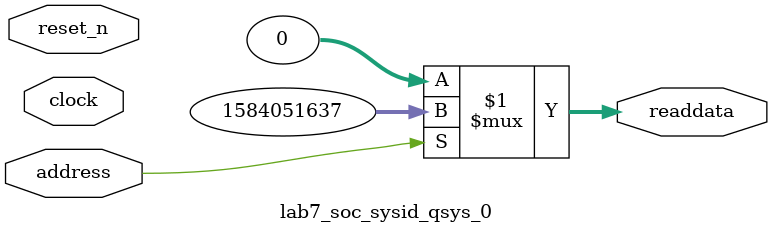
<source format=v>



// synthesis translate_off
`timescale 1ns / 1ps
// synthesis translate_on

// turn off superfluous verilog processor warnings 
// altera message_level Level1 
// altera message_off 10034 10035 10036 10037 10230 10240 10030 

module lab7_soc_sysid_qsys_0 (
               // inputs:
                address,
                clock,
                reset_n,

               // outputs:
                readdata
             )
;

  output  [ 31: 0] readdata;
  input            address;
  input            clock;
  input            reset_n;

  wire    [ 31: 0] readdata;
  //control_slave, which is an e_avalon_slave
  assign readdata = address ? 1584051637 : 0;

endmodule



</source>
